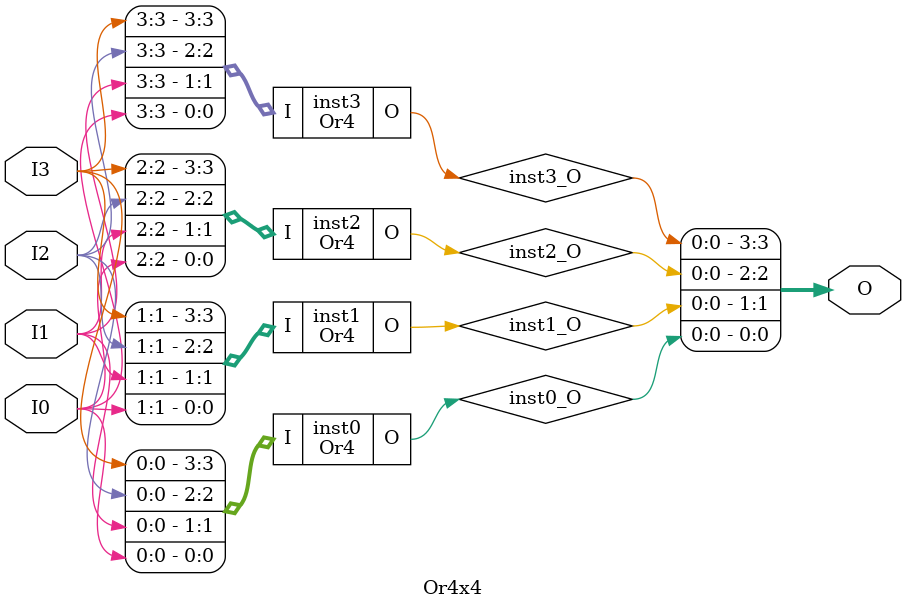
<source format=v>
module Or4 (input [3:0] I, output  O);
wire  inst0_O;
LUT4 #(.INIT(16'h0001)) inst0 (.I0(I[0]), .I1(I[1]), .I2(I[2]), .I3(I[3]), .O(inst0_O));
assign O = inst0_O;
endmodule

module Or4x4 (input [3:0] I0, input [3:0] I1, input [3:0] I2, input [3:0] I3, output [3:0] O);
wire  inst0_O;
wire  inst1_O;
wire  inst2_O;
wire  inst3_O;
Or4 inst0 (.I({I3[0],I2[0],I1[0],I0[0]}), .O(inst0_O));
Or4 inst1 (.I({I3[1],I2[1],I1[1],I0[1]}), .O(inst1_O));
Or4 inst2 (.I({I3[2],I2[2],I1[2],I0[2]}), .O(inst2_O));
Or4 inst3 (.I({I3[3],I2[3],I1[3],I0[3]}), .O(inst3_O));
assign O = {inst3_O,inst2_O,inst1_O,inst0_O};
endmodule


</source>
